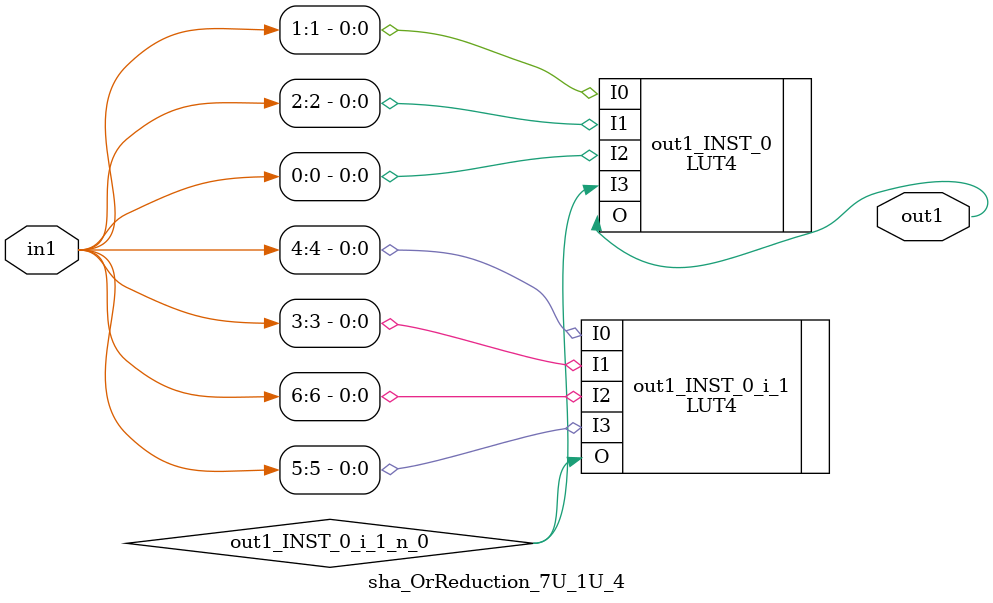
<source format=v>
`timescale 1 ps / 1 ps

(* STRUCTURAL_NETLIST = "yes" *)
module sha_OrReduction_7U_1U_4
   (in1,
    out1);
  input [6:0]in1;
  output out1;

  wire [6:0]in1;
  wire out1;
  wire out1_INST_0_i_1_n_0;

  LUT4 #(
    .INIT(16'hFFFE)) 
    out1_INST_0
       (.I0(in1[1]),
        .I1(in1[2]),
        .I2(in1[0]),
        .I3(out1_INST_0_i_1_n_0),
        .O(out1));
  LUT4 #(
    .INIT(16'hFFFE)) 
    out1_INST_0_i_1
       (.I0(in1[4]),
        .I1(in1[3]),
        .I2(in1[6]),
        .I3(in1[5]),
        .O(out1_INST_0_i_1_n_0));
endmodule


</source>
